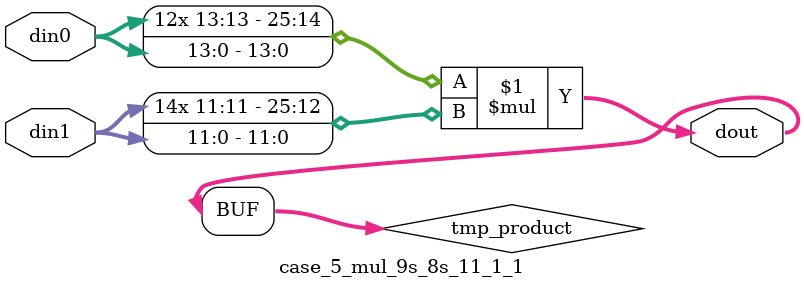
<source format=v>

`timescale 1 ns / 1 ps

 module case_5_mul_9s_8s_11_1_1(din0, din1, dout);
parameter ID = 1;
parameter NUM_STAGE = 0;
parameter din0_WIDTH = 14;
parameter din1_WIDTH = 12;
parameter dout_WIDTH = 26;

input [din0_WIDTH - 1 : 0] din0; 
input [din1_WIDTH - 1 : 0] din1; 
output [dout_WIDTH - 1 : 0] dout;

wire signed [dout_WIDTH - 1 : 0] tmp_product;



























assign tmp_product = $signed(din0) * $signed(din1);








assign dout = tmp_product;





















endmodule

</source>
